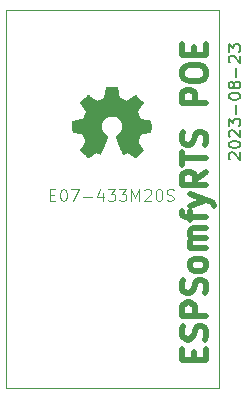
<source format=gbr>
%TF.GenerationSoftware,KiCad,Pcbnew,7.0.1-0*%
%TF.CreationDate,2023-08-23T15:06:01+02:00*%
%TF.ProjectId,ESP32SomfyPOE_rotated,45535033-3253-46f6-9d66-79504f455f72,rev?*%
%TF.SameCoordinates,Original*%
%TF.FileFunction,Legend,Top*%
%TF.FilePolarity,Positive*%
%FSLAX46Y46*%
G04 Gerber Fmt 4.6, Leading zero omitted, Abs format (unit mm)*
G04 Created by KiCad (PCBNEW 7.0.1-0) date 2023-08-23 15:06:01*
%MOMM*%
%LPD*%
G01*
G04 APERTURE LIST*
%ADD10C,0.500000*%
%ADD11C,0.150000*%
%ADD12C,0.100000*%
%ADD13C,0.010000*%
G04 APERTURE END LIST*
D10*
X103355619Y-103790809D02*
X103355619Y-103124142D01*
X104403238Y-102838428D02*
X104403238Y-103790809D01*
X104403238Y-103790809D02*
X102403238Y-103790809D01*
X102403238Y-103790809D02*
X102403238Y-102838428D01*
X104308000Y-102076523D02*
X104403238Y-101790809D01*
X104403238Y-101790809D02*
X104403238Y-101314618D01*
X104403238Y-101314618D02*
X104308000Y-101124142D01*
X104308000Y-101124142D02*
X104212761Y-101028904D01*
X104212761Y-101028904D02*
X104022285Y-100933666D01*
X104022285Y-100933666D02*
X103831809Y-100933666D01*
X103831809Y-100933666D02*
X103641333Y-101028904D01*
X103641333Y-101028904D02*
X103546095Y-101124142D01*
X103546095Y-101124142D02*
X103450857Y-101314618D01*
X103450857Y-101314618D02*
X103355619Y-101695571D01*
X103355619Y-101695571D02*
X103260380Y-101886047D01*
X103260380Y-101886047D02*
X103165142Y-101981285D01*
X103165142Y-101981285D02*
X102974666Y-102076523D01*
X102974666Y-102076523D02*
X102784190Y-102076523D01*
X102784190Y-102076523D02*
X102593714Y-101981285D01*
X102593714Y-101981285D02*
X102498476Y-101886047D01*
X102498476Y-101886047D02*
X102403238Y-101695571D01*
X102403238Y-101695571D02*
X102403238Y-101219380D01*
X102403238Y-101219380D02*
X102498476Y-100933666D01*
X104403238Y-100076523D02*
X102403238Y-100076523D01*
X102403238Y-100076523D02*
X102403238Y-99314618D01*
X102403238Y-99314618D02*
X102498476Y-99124142D01*
X102498476Y-99124142D02*
X102593714Y-99028904D01*
X102593714Y-99028904D02*
X102784190Y-98933666D01*
X102784190Y-98933666D02*
X103069904Y-98933666D01*
X103069904Y-98933666D02*
X103260380Y-99028904D01*
X103260380Y-99028904D02*
X103355619Y-99124142D01*
X103355619Y-99124142D02*
X103450857Y-99314618D01*
X103450857Y-99314618D02*
X103450857Y-100076523D01*
X104308000Y-98171761D02*
X104403238Y-97886047D01*
X104403238Y-97886047D02*
X104403238Y-97409856D01*
X104403238Y-97409856D02*
X104308000Y-97219380D01*
X104308000Y-97219380D02*
X104212761Y-97124142D01*
X104212761Y-97124142D02*
X104022285Y-97028904D01*
X104022285Y-97028904D02*
X103831809Y-97028904D01*
X103831809Y-97028904D02*
X103641333Y-97124142D01*
X103641333Y-97124142D02*
X103546095Y-97219380D01*
X103546095Y-97219380D02*
X103450857Y-97409856D01*
X103450857Y-97409856D02*
X103355619Y-97790809D01*
X103355619Y-97790809D02*
X103260380Y-97981285D01*
X103260380Y-97981285D02*
X103165142Y-98076523D01*
X103165142Y-98076523D02*
X102974666Y-98171761D01*
X102974666Y-98171761D02*
X102784190Y-98171761D01*
X102784190Y-98171761D02*
X102593714Y-98076523D01*
X102593714Y-98076523D02*
X102498476Y-97981285D01*
X102498476Y-97981285D02*
X102403238Y-97790809D01*
X102403238Y-97790809D02*
X102403238Y-97314618D01*
X102403238Y-97314618D02*
X102498476Y-97028904D01*
X104403238Y-95886047D02*
X104308000Y-96076523D01*
X104308000Y-96076523D02*
X104212761Y-96171761D01*
X104212761Y-96171761D02*
X104022285Y-96266999D01*
X104022285Y-96266999D02*
X103450857Y-96266999D01*
X103450857Y-96266999D02*
X103260380Y-96171761D01*
X103260380Y-96171761D02*
X103165142Y-96076523D01*
X103165142Y-96076523D02*
X103069904Y-95886047D01*
X103069904Y-95886047D02*
X103069904Y-95600332D01*
X103069904Y-95600332D02*
X103165142Y-95409856D01*
X103165142Y-95409856D02*
X103260380Y-95314618D01*
X103260380Y-95314618D02*
X103450857Y-95219380D01*
X103450857Y-95219380D02*
X104022285Y-95219380D01*
X104022285Y-95219380D02*
X104212761Y-95314618D01*
X104212761Y-95314618D02*
X104308000Y-95409856D01*
X104308000Y-95409856D02*
X104403238Y-95600332D01*
X104403238Y-95600332D02*
X104403238Y-95886047D01*
X104403238Y-94362237D02*
X103069904Y-94362237D01*
X103260380Y-94362237D02*
X103165142Y-94266999D01*
X103165142Y-94266999D02*
X103069904Y-94076523D01*
X103069904Y-94076523D02*
X103069904Y-93790808D01*
X103069904Y-93790808D02*
X103165142Y-93600332D01*
X103165142Y-93600332D02*
X103355619Y-93505094D01*
X103355619Y-93505094D02*
X104403238Y-93505094D01*
X103355619Y-93505094D02*
X103165142Y-93409856D01*
X103165142Y-93409856D02*
X103069904Y-93219380D01*
X103069904Y-93219380D02*
X103069904Y-92933666D01*
X103069904Y-92933666D02*
X103165142Y-92743189D01*
X103165142Y-92743189D02*
X103355619Y-92647951D01*
X103355619Y-92647951D02*
X104403238Y-92647951D01*
X103069904Y-91981284D02*
X103069904Y-91219380D01*
X104403238Y-91695570D02*
X102688952Y-91695570D01*
X102688952Y-91695570D02*
X102498476Y-91600332D01*
X102498476Y-91600332D02*
X102403238Y-91409856D01*
X102403238Y-91409856D02*
X102403238Y-91219380D01*
X103069904Y-90743189D02*
X104403238Y-90266999D01*
X103069904Y-89790808D02*
X104403238Y-90266999D01*
X104403238Y-90266999D02*
X104879428Y-90457475D01*
X104879428Y-90457475D02*
X104974666Y-90552713D01*
X104974666Y-90552713D02*
X105069904Y-90743189D01*
X104403238Y-87886046D02*
X103450857Y-88552713D01*
X104403238Y-89028903D02*
X102403238Y-89028903D01*
X102403238Y-89028903D02*
X102403238Y-88266998D01*
X102403238Y-88266998D02*
X102498476Y-88076522D01*
X102498476Y-88076522D02*
X102593714Y-87981284D01*
X102593714Y-87981284D02*
X102784190Y-87886046D01*
X102784190Y-87886046D02*
X103069904Y-87886046D01*
X103069904Y-87886046D02*
X103260380Y-87981284D01*
X103260380Y-87981284D02*
X103355619Y-88076522D01*
X103355619Y-88076522D02*
X103450857Y-88266998D01*
X103450857Y-88266998D02*
X103450857Y-89028903D01*
X102403238Y-87314617D02*
X102403238Y-86171760D01*
X104403238Y-86743189D02*
X102403238Y-86743189D01*
X104308000Y-85600331D02*
X104403238Y-85314617D01*
X104403238Y-85314617D02*
X104403238Y-84838426D01*
X104403238Y-84838426D02*
X104308000Y-84647950D01*
X104308000Y-84647950D02*
X104212761Y-84552712D01*
X104212761Y-84552712D02*
X104022285Y-84457474D01*
X104022285Y-84457474D02*
X103831809Y-84457474D01*
X103831809Y-84457474D02*
X103641333Y-84552712D01*
X103641333Y-84552712D02*
X103546095Y-84647950D01*
X103546095Y-84647950D02*
X103450857Y-84838426D01*
X103450857Y-84838426D02*
X103355619Y-85219379D01*
X103355619Y-85219379D02*
X103260380Y-85409855D01*
X103260380Y-85409855D02*
X103165142Y-85505093D01*
X103165142Y-85505093D02*
X102974666Y-85600331D01*
X102974666Y-85600331D02*
X102784190Y-85600331D01*
X102784190Y-85600331D02*
X102593714Y-85505093D01*
X102593714Y-85505093D02*
X102498476Y-85409855D01*
X102498476Y-85409855D02*
X102403238Y-85219379D01*
X102403238Y-85219379D02*
X102403238Y-84743188D01*
X102403238Y-84743188D02*
X102498476Y-84457474D01*
X104403238Y-82076521D02*
X102403238Y-82076521D01*
X102403238Y-82076521D02*
X102403238Y-81314616D01*
X102403238Y-81314616D02*
X102498476Y-81124140D01*
X102498476Y-81124140D02*
X102593714Y-81028902D01*
X102593714Y-81028902D02*
X102784190Y-80933664D01*
X102784190Y-80933664D02*
X103069904Y-80933664D01*
X103069904Y-80933664D02*
X103260380Y-81028902D01*
X103260380Y-81028902D02*
X103355619Y-81124140D01*
X103355619Y-81124140D02*
X103450857Y-81314616D01*
X103450857Y-81314616D02*
X103450857Y-82076521D01*
X102403238Y-79695569D02*
X102403238Y-79314616D01*
X102403238Y-79314616D02*
X102498476Y-79124140D01*
X102498476Y-79124140D02*
X102688952Y-78933664D01*
X102688952Y-78933664D02*
X103069904Y-78838426D01*
X103069904Y-78838426D02*
X103736571Y-78838426D01*
X103736571Y-78838426D02*
X104117523Y-78933664D01*
X104117523Y-78933664D02*
X104308000Y-79124140D01*
X104308000Y-79124140D02*
X104403238Y-79314616D01*
X104403238Y-79314616D02*
X104403238Y-79695569D01*
X104403238Y-79695569D02*
X104308000Y-79886045D01*
X104308000Y-79886045D02*
X104117523Y-80076521D01*
X104117523Y-80076521D02*
X103736571Y-80171759D01*
X103736571Y-80171759D02*
X103069904Y-80171759D01*
X103069904Y-80171759D02*
X102688952Y-80076521D01*
X102688952Y-80076521D02*
X102498476Y-79886045D01*
X102498476Y-79886045D02*
X102403238Y-79695569D01*
X103355619Y-77981283D02*
X103355619Y-77314616D01*
X104403238Y-77028902D02*
X104403238Y-77981283D01*
X104403238Y-77981283D02*
X102403238Y-77981283D01*
X102403238Y-77981283D02*
X102403238Y-77028902D01*
D11*
X106414857Y-86804523D02*
X106367238Y-86756904D01*
X106367238Y-86756904D02*
X106319619Y-86661666D01*
X106319619Y-86661666D02*
X106319619Y-86423571D01*
X106319619Y-86423571D02*
X106367238Y-86328333D01*
X106367238Y-86328333D02*
X106414857Y-86280714D01*
X106414857Y-86280714D02*
X106510095Y-86233095D01*
X106510095Y-86233095D02*
X106605333Y-86233095D01*
X106605333Y-86233095D02*
X106748190Y-86280714D01*
X106748190Y-86280714D02*
X107319619Y-86852142D01*
X107319619Y-86852142D02*
X107319619Y-86233095D01*
X106319619Y-85614047D02*
X106319619Y-85518809D01*
X106319619Y-85518809D02*
X106367238Y-85423571D01*
X106367238Y-85423571D02*
X106414857Y-85375952D01*
X106414857Y-85375952D02*
X106510095Y-85328333D01*
X106510095Y-85328333D02*
X106700571Y-85280714D01*
X106700571Y-85280714D02*
X106938666Y-85280714D01*
X106938666Y-85280714D02*
X107129142Y-85328333D01*
X107129142Y-85328333D02*
X107224380Y-85375952D01*
X107224380Y-85375952D02*
X107272000Y-85423571D01*
X107272000Y-85423571D02*
X107319619Y-85518809D01*
X107319619Y-85518809D02*
X107319619Y-85614047D01*
X107319619Y-85614047D02*
X107272000Y-85709285D01*
X107272000Y-85709285D02*
X107224380Y-85756904D01*
X107224380Y-85756904D02*
X107129142Y-85804523D01*
X107129142Y-85804523D02*
X106938666Y-85852142D01*
X106938666Y-85852142D02*
X106700571Y-85852142D01*
X106700571Y-85852142D02*
X106510095Y-85804523D01*
X106510095Y-85804523D02*
X106414857Y-85756904D01*
X106414857Y-85756904D02*
X106367238Y-85709285D01*
X106367238Y-85709285D02*
X106319619Y-85614047D01*
X106414857Y-84899761D02*
X106367238Y-84852142D01*
X106367238Y-84852142D02*
X106319619Y-84756904D01*
X106319619Y-84756904D02*
X106319619Y-84518809D01*
X106319619Y-84518809D02*
X106367238Y-84423571D01*
X106367238Y-84423571D02*
X106414857Y-84375952D01*
X106414857Y-84375952D02*
X106510095Y-84328333D01*
X106510095Y-84328333D02*
X106605333Y-84328333D01*
X106605333Y-84328333D02*
X106748190Y-84375952D01*
X106748190Y-84375952D02*
X107319619Y-84947380D01*
X107319619Y-84947380D02*
X107319619Y-84328333D01*
X106319619Y-83994999D02*
X106319619Y-83375952D01*
X106319619Y-83375952D02*
X106700571Y-83709285D01*
X106700571Y-83709285D02*
X106700571Y-83566428D01*
X106700571Y-83566428D02*
X106748190Y-83471190D01*
X106748190Y-83471190D02*
X106795809Y-83423571D01*
X106795809Y-83423571D02*
X106891047Y-83375952D01*
X106891047Y-83375952D02*
X107129142Y-83375952D01*
X107129142Y-83375952D02*
X107224380Y-83423571D01*
X107224380Y-83423571D02*
X107272000Y-83471190D01*
X107272000Y-83471190D02*
X107319619Y-83566428D01*
X107319619Y-83566428D02*
X107319619Y-83852142D01*
X107319619Y-83852142D02*
X107272000Y-83947380D01*
X107272000Y-83947380D02*
X107224380Y-83994999D01*
X106938666Y-82947380D02*
X106938666Y-82185476D01*
X106319619Y-81518809D02*
X106319619Y-81423571D01*
X106319619Y-81423571D02*
X106367238Y-81328333D01*
X106367238Y-81328333D02*
X106414857Y-81280714D01*
X106414857Y-81280714D02*
X106510095Y-81233095D01*
X106510095Y-81233095D02*
X106700571Y-81185476D01*
X106700571Y-81185476D02*
X106938666Y-81185476D01*
X106938666Y-81185476D02*
X107129142Y-81233095D01*
X107129142Y-81233095D02*
X107224380Y-81280714D01*
X107224380Y-81280714D02*
X107272000Y-81328333D01*
X107272000Y-81328333D02*
X107319619Y-81423571D01*
X107319619Y-81423571D02*
X107319619Y-81518809D01*
X107319619Y-81518809D02*
X107272000Y-81614047D01*
X107272000Y-81614047D02*
X107224380Y-81661666D01*
X107224380Y-81661666D02*
X107129142Y-81709285D01*
X107129142Y-81709285D02*
X106938666Y-81756904D01*
X106938666Y-81756904D02*
X106700571Y-81756904D01*
X106700571Y-81756904D02*
X106510095Y-81709285D01*
X106510095Y-81709285D02*
X106414857Y-81661666D01*
X106414857Y-81661666D02*
X106367238Y-81614047D01*
X106367238Y-81614047D02*
X106319619Y-81518809D01*
X106748190Y-80614047D02*
X106700571Y-80709285D01*
X106700571Y-80709285D02*
X106652952Y-80756904D01*
X106652952Y-80756904D02*
X106557714Y-80804523D01*
X106557714Y-80804523D02*
X106510095Y-80804523D01*
X106510095Y-80804523D02*
X106414857Y-80756904D01*
X106414857Y-80756904D02*
X106367238Y-80709285D01*
X106367238Y-80709285D02*
X106319619Y-80614047D01*
X106319619Y-80614047D02*
X106319619Y-80423571D01*
X106319619Y-80423571D02*
X106367238Y-80328333D01*
X106367238Y-80328333D02*
X106414857Y-80280714D01*
X106414857Y-80280714D02*
X106510095Y-80233095D01*
X106510095Y-80233095D02*
X106557714Y-80233095D01*
X106557714Y-80233095D02*
X106652952Y-80280714D01*
X106652952Y-80280714D02*
X106700571Y-80328333D01*
X106700571Y-80328333D02*
X106748190Y-80423571D01*
X106748190Y-80423571D02*
X106748190Y-80614047D01*
X106748190Y-80614047D02*
X106795809Y-80709285D01*
X106795809Y-80709285D02*
X106843428Y-80756904D01*
X106843428Y-80756904D02*
X106938666Y-80804523D01*
X106938666Y-80804523D02*
X107129142Y-80804523D01*
X107129142Y-80804523D02*
X107224380Y-80756904D01*
X107224380Y-80756904D02*
X107272000Y-80709285D01*
X107272000Y-80709285D02*
X107319619Y-80614047D01*
X107319619Y-80614047D02*
X107319619Y-80423571D01*
X107319619Y-80423571D02*
X107272000Y-80328333D01*
X107272000Y-80328333D02*
X107224380Y-80280714D01*
X107224380Y-80280714D02*
X107129142Y-80233095D01*
X107129142Y-80233095D02*
X106938666Y-80233095D01*
X106938666Y-80233095D02*
X106843428Y-80280714D01*
X106843428Y-80280714D02*
X106795809Y-80328333D01*
X106795809Y-80328333D02*
X106748190Y-80423571D01*
X106938666Y-79804523D02*
X106938666Y-79042619D01*
X106414857Y-78614047D02*
X106367238Y-78566428D01*
X106367238Y-78566428D02*
X106319619Y-78471190D01*
X106319619Y-78471190D02*
X106319619Y-78233095D01*
X106319619Y-78233095D02*
X106367238Y-78137857D01*
X106367238Y-78137857D02*
X106414857Y-78090238D01*
X106414857Y-78090238D02*
X106510095Y-78042619D01*
X106510095Y-78042619D02*
X106605333Y-78042619D01*
X106605333Y-78042619D02*
X106748190Y-78090238D01*
X106748190Y-78090238D02*
X107319619Y-78661666D01*
X107319619Y-78661666D02*
X107319619Y-78042619D01*
X106319619Y-77709285D02*
X106319619Y-77090238D01*
X106319619Y-77090238D02*
X106700571Y-77423571D01*
X106700571Y-77423571D02*
X106700571Y-77280714D01*
X106700571Y-77280714D02*
X106748190Y-77185476D01*
X106748190Y-77185476D02*
X106795809Y-77137857D01*
X106795809Y-77137857D02*
X106891047Y-77090238D01*
X106891047Y-77090238D02*
X107129142Y-77090238D01*
X107129142Y-77090238D02*
X107224380Y-77137857D01*
X107224380Y-77137857D02*
X107272000Y-77185476D01*
X107272000Y-77185476D02*
X107319619Y-77280714D01*
X107319619Y-77280714D02*
X107319619Y-77566428D01*
X107319619Y-77566428D02*
X107272000Y-77661666D01*
X107272000Y-77661666D02*
X107224380Y-77709285D01*
D12*
%TO.C,E07-433M20S*%
X91188714Y-89822809D02*
X91522047Y-89822809D01*
X91664904Y-90346619D02*
X91188714Y-90346619D01*
X91188714Y-90346619D02*
X91188714Y-89346619D01*
X91188714Y-89346619D02*
X91664904Y-89346619D01*
X92283952Y-89346619D02*
X92379190Y-89346619D01*
X92379190Y-89346619D02*
X92474428Y-89394238D01*
X92474428Y-89394238D02*
X92522047Y-89441857D01*
X92522047Y-89441857D02*
X92569666Y-89537095D01*
X92569666Y-89537095D02*
X92617285Y-89727571D01*
X92617285Y-89727571D02*
X92617285Y-89965666D01*
X92617285Y-89965666D02*
X92569666Y-90156142D01*
X92569666Y-90156142D02*
X92522047Y-90251380D01*
X92522047Y-90251380D02*
X92474428Y-90299000D01*
X92474428Y-90299000D02*
X92379190Y-90346619D01*
X92379190Y-90346619D02*
X92283952Y-90346619D01*
X92283952Y-90346619D02*
X92188714Y-90299000D01*
X92188714Y-90299000D02*
X92141095Y-90251380D01*
X92141095Y-90251380D02*
X92093476Y-90156142D01*
X92093476Y-90156142D02*
X92045857Y-89965666D01*
X92045857Y-89965666D02*
X92045857Y-89727571D01*
X92045857Y-89727571D02*
X92093476Y-89537095D01*
X92093476Y-89537095D02*
X92141095Y-89441857D01*
X92141095Y-89441857D02*
X92188714Y-89394238D01*
X92188714Y-89394238D02*
X92283952Y-89346619D01*
X92950619Y-89346619D02*
X93617285Y-89346619D01*
X93617285Y-89346619D02*
X93188714Y-90346619D01*
X93998238Y-89965666D02*
X94760143Y-89965666D01*
X95664904Y-89679952D02*
X95664904Y-90346619D01*
X95426809Y-89299000D02*
X95188714Y-90013285D01*
X95188714Y-90013285D02*
X95807761Y-90013285D01*
X96093476Y-89346619D02*
X96712523Y-89346619D01*
X96712523Y-89346619D02*
X96379190Y-89727571D01*
X96379190Y-89727571D02*
X96522047Y-89727571D01*
X96522047Y-89727571D02*
X96617285Y-89775190D01*
X96617285Y-89775190D02*
X96664904Y-89822809D01*
X96664904Y-89822809D02*
X96712523Y-89918047D01*
X96712523Y-89918047D02*
X96712523Y-90156142D01*
X96712523Y-90156142D02*
X96664904Y-90251380D01*
X96664904Y-90251380D02*
X96617285Y-90299000D01*
X96617285Y-90299000D02*
X96522047Y-90346619D01*
X96522047Y-90346619D02*
X96236333Y-90346619D01*
X96236333Y-90346619D02*
X96141095Y-90299000D01*
X96141095Y-90299000D02*
X96093476Y-90251380D01*
X97045857Y-89346619D02*
X97664904Y-89346619D01*
X97664904Y-89346619D02*
X97331571Y-89727571D01*
X97331571Y-89727571D02*
X97474428Y-89727571D01*
X97474428Y-89727571D02*
X97569666Y-89775190D01*
X97569666Y-89775190D02*
X97617285Y-89822809D01*
X97617285Y-89822809D02*
X97664904Y-89918047D01*
X97664904Y-89918047D02*
X97664904Y-90156142D01*
X97664904Y-90156142D02*
X97617285Y-90251380D01*
X97617285Y-90251380D02*
X97569666Y-90299000D01*
X97569666Y-90299000D02*
X97474428Y-90346619D01*
X97474428Y-90346619D02*
X97188714Y-90346619D01*
X97188714Y-90346619D02*
X97093476Y-90299000D01*
X97093476Y-90299000D02*
X97045857Y-90251380D01*
X98093476Y-90346619D02*
X98093476Y-89346619D01*
X98093476Y-89346619D02*
X98426809Y-90060904D01*
X98426809Y-90060904D02*
X98760142Y-89346619D01*
X98760142Y-89346619D02*
X98760142Y-90346619D01*
X99188714Y-89441857D02*
X99236333Y-89394238D01*
X99236333Y-89394238D02*
X99331571Y-89346619D01*
X99331571Y-89346619D02*
X99569666Y-89346619D01*
X99569666Y-89346619D02*
X99664904Y-89394238D01*
X99664904Y-89394238D02*
X99712523Y-89441857D01*
X99712523Y-89441857D02*
X99760142Y-89537095D01*
X99760142Y-89537095D02*
X99760142Y-89632333D01*
X99760142Y-89632333D02*
X99712523Y-89775190D01*
X99712523Y-89775190D02*
X99141095Y-90346619D01*
X99141095Y-90346619D02*
X99760142Y-90346619D01*
X100379190Y-89346619D02*
X100474428Y-89346619D01*
X100474428Y-89346619D02*
X100569666Y-89394238D01*
X100569666Y-89394238D02*
X100617285Y-89441857D01*
X100617285Y-89441857D02*
X100664904Y-89537095D01*
X100664904Y-89537095D02*
X100712523Y-89727571D01*
X100712523Y-89727571D02*
X100712523Y-89965666D01*
X100712523Y-89965666D02*
X100664904Y-90156142D01*
X100664904Y-90156142D02*
X100617285Y-90251380D01*
X100617285Y-90251380D02*
X100569666Y-90299000D01*
X100569666Y-90299000D02*
X100474428Y-90346619D01*
X100474428Y-90346619D02*
X100379190Y-90346619D01*
X100379190Y-90346619D02*
X100283952Y-90299000D01*
X100283952Y-90299000D02*
X100236333Y-90251380D01*
X100236333Y-90251380D02*
X100188714Y-90156142D01*
X100188714Y-90156142D02*
X100141095Y-89965666D01*
X100141095Y-89965666D02*
X100141095Y-89727571D01*
X100141095Y-89727571D02*
X100188714Y-89537095D01*
X100188714Y-89537095D02*
X100236333Y-89441857D01*
X100236333Y-89441857D02*
X100283952Y-89394238D01*
X100283952Y-89394238D02*
X100379190Y-89346619D01*
X101093476Y-90299000D02*
X101236333Y-90346619D01*
X101236333Y-90346619D02*
X101474428Y-90346619D01*
X101474428Y-90346619D02*
X101569666Y-90299000D01*
X101569666Y-90299000D02*
X101617285Y-90251380D01*
X101617285Y-90251380D02*
X101664904Y-90156142D01*
X101664904Y-90156142D02*
X101664904Y-90060904D01*
X101664904Y-90060904D02*
X101617285Y-89965666D01*
X101617285Y-89965666D02*
X101569666Y-89918047D01*
X101569666Y-89918047D02*
X101474428Y-89870428D01*
X101474428Y-89870428D02*
X101283952Y-89822809D01*
X101283952Y-89822809D02*
X101188714Y-89775190D01*
X101188714Y-89775190D02*
X101141095Y-89727571D01*
X101141095Y-89727571D02*
X101093476Y-89632333D01*
X101093476Y-89632333D02*
X101093476Y-89537095D01*
X101093476Y-89537095D02*
X101141095Y-89441857D01*
X101141095Y-89441857D02*
X101188714Y-89394238D01*
X101188714Y-89394238D02*
X101283952Y-89346619D01*
X101283952Y-89346619D02*
X101522047Y-89346619D01*
X101522047Y-89346619D02*
X101664904Y-89394238D01*
X87515000Y-74168000D02*
X105515000Y-74168000D01*
X105515000Y-74168000D02*
X105515000Y-106168000D01*
X105515000Y-106168000D02*
X87515000Y-106168000D01*
X87515000Y-106168000D02*
X87515000Y-74168000D01*
%TO.C,N1*%
D13*
X96948814Y-81161931D02*
X97032635Y-81606555D01*
X97341920Y-81734053D01*
X97651206Y-81861551D01*
X98022246Y-81609246D01*
X98126157Y-81538996D01*
X98220087Y-81476272D01*
X98299652Y-81423938D01*
X98360470Y-81384857D01*
X98398157Y-81361893D01*
X98408421Y-81356942D01*
X98426910Y-81369676D01*
X98466420Y-81404882D01*
X98522522Y-81458062D01*
X98590787Y-81524718D01*
X98666786Y-81600354D01*
X98746092Y-81680472D01*
X98824275Y-81760574D01*
X98896907Y-81836164D01*
X98959559Y-81902745D01*
X99007803Y-81955818D01*
X99037210Y-81990887D01*
X99044241Y-82002623D01*
X99034123Y-82024260D01*
X99005759Y-82071662D01*
X98962129Y-82140193D01*
X98906218Y-82225215D01*
X98841006Y-82322093D01*
X98803219Y-82377350D01*
X98734343Y-82478248D01*
X98673140Y-82569299D01*
X98622578Y-82645970D01*
X98585628Y-82703728D01*
X98565258Y-82738043D01*
X98562197Y-82745254D01*
X98569136Y-82765748D01*
X98588051Y-82813513D01*
X98616087Y-82881832D01*
X98650391Y-82963989D01*
X98688109Y-83053270D01*
X98726387Y-83142958D01*
X98762370Y-83226338D01*
X98793206Y-83296694D01*
X98816039Y-83347310D01*
X98828017Y-83371471D01*
X98828724Y-83372422D01*
X98847531Y-83377036D01*
X98897618Y-83387328D01*
X98973793Y-83402287D01*
X99070865Y-83420901D01*
X99183643Y-83442159D01*
X99249442Y-83454418D01*
X99369950Y-83477362D01*
X99478797Y-83499195D01*
X99570476Y-83518722D01*
X99639481Y-83534748D01*
X99680304Y-83546079D01*
X99688511Y-83549674D01*
X99696548Y-83574006D01*
X99703033Y-83628959D01*
X99707970Y-83708108D01*
X99711364Y-83805026D01*
X99713218Y-83913287D01*
X99713538Y-84026465D01*
X99712327Y-84138135D01*
X99709590Y-84241868D01*
X99705331Y-84331241D01*
X99699555Y-84399826D01*
X99692267Y-84441197D01*
X99687895Y-84449810D01*
X99661764Y-84460133D01*
X99606393Y-84474892D01*
X99529107Y-84492352D01*
X99437230Y-84510780D01*
X99405158Y-84516741D01*
X99250524Y-84545066D01*
X99128375Y-84567876D01*
X99034673Y-84586080D01*
X98965384Y-84600583D01*
X98916471Y-84612292D01*
X98883897Y-84622115D01*
X98863628Y-84630956D01*
X98851626Y-84639724D01*
X98849947Y-84641457D01*
X98833184Y-84669371D01*
X98807614Y-84723695D01*
X98775788Y-84797777D01*
X98740260Y-84884965D01*
X98703583Y-84978608D01*
X98668311Y-85072052D01*
X98636996Y-85158647D01*
X98612193Y-85231740D01*
X98596454Y-85284678D01*
X98592332Y-85310811D01*
X98592676Y-85311726D01*
X98606641Y-85333086D01*
X98638322Y-85380084D01*
X98684391Y-85447827D01*
X98741518Y-85531423D01*
X98806373Y-85625982D01*
X98824843Y-85652854D01*
X98890699Y-85750275D01*
X98948650Y-85839163D01*
X98995538Y-85914412D01*
X99028207Y-85970920D01*
X99043500Y-86003581D01*
X99044241Y-86007593D01*
X99031392Y-86028684D01*
X98995888Y-86070464D01*
X98942293Y-86128445D01*
X98875171Y-86198135D01*
X98799087Y-86275045D01*
X98718604Y-86354683D01*
X98638287Y-86432561D01*
X98562699Y-86504186D01*
X98496405Y-86565070D01*
X98443969Y-86610721D01*
X98409955Y-86636650D01*
X98400545Y-86640883D01*
X98378643Y-86630912D01*
X98333800Y-86604020D01*
X98273321Y-86564736D01*
X98226789Y-86533117D01*
X98142475Y-86475098D01*
X98042626Y-86406784D01*
X97942473Y-86338579D01*
X97888627Y-86302075D01*
X97706371Y-86178800D01*
X97553381Y-86261520D01*
X97483682Y-86297759D01*
X97424414Y-86325926D01*
X97384311Y-86341991D01*
X97374103Y-86344226D01*
X97361829Y-86327722D01*
X97337613Y-86281082D01*
X97303263Y-86208609D01*
X97260588Y-86114606D01*
X97211394Y-86003374D01*
X97157490Y-85879215D01*
X97100684Y-85746432D01*
X97042782Y-85609327D01*
X96985593Y-85472202D01*
X96930924Y-85339358D01*
X96880584Y-85215098D01*
X96836380Y-85103725D01*
X96800119Y-85009539D01*
X96773609Y-84936844D01*
X96758658Y-84889941D01*
X96756254Y-84873833D01*
X96775311Y-84853286D01*
X96817036Y-84819933D01*
X96872706Y-84780702D01*
X96877378Y-84777599D01*
X97021264Y-84662423D01*
X97137283Y-84528053D01*
X97224430Y-84378784D01*
X97281699Y-84218913D01*
X97308086Y-84052737D01*
X97302585Y-83884552D01*
X97264190Y-83718655D01*
X97191895Y-83559342D01*
X97170626Y-83524487D01*
X97059996Y-83383737D01*
X96929302Y-83270714D01*
X96783064Y-83186003D01*
X96625808Y-83130194D01*
X96462057Y-83103874D01*
X96296333Y-83107630D01*
X96133162Y-83142050D01*
X95977065Y-83207723D01*
X95832567Y-83305235D01*
X95787869Y-83344813D01*
X95674112Y-83468703D01*
X95591218Y-83599124D01*
X95534356Y-83745315D01*
X95502687Y-83890088D01*
X95494869Y-84052860D01*
X95520938Y-84216440D01*
X95578245Y-84375298D01*
X95664144Y-84523906D01*
X95775986Y-84656735D01*
X95911123Y-84768256D01*
X95928883Y-84780011D01*
X95985150Y-84818508D01*
X96027923Y-84851863D01*
X96048372Y-84873160D01*
X96048669Y-84873833D01*
X96044279Y-84896871D01*
X96026876Y-84949157D01*
X95998268Y-85026390D01*
X95960265Y-85124268D01*
X95914674Y-85238491D01*
X95863303Y-85364758D01*
X95807962Y-85498767D01*
X95750458Y-85636218D01*
X95692601Y-85772808D01*
X95636198Y-85904237D01*
X95583058Y-86026205D01*
X95534990Y-86134409D01*
X95493801Y-86224549D01*
X95461301Y-86292323D01*
X95439297Y-86333430D01*
X95430436Y-86344226D01*
X95403360Y-86335819D01*
X95352697Y-86313272D01*
X95287183Y-86280613D01*
X95251159Y-86261520D01*
X95098168Y-86178800D01*
X94915912Y-86302075D01*
X94822875Y-86365228D01*
X94721015Y-86434727D01*
X94625562Y-86500165D01*
X94577750Y-86533117D01*
X94510505Y-86578273D01*
X94453564Y-86614057D01*
X94414354Y-86635938D01*
X94401619Y-86640563D01*
X94383083Y-86628085D01*
X94342059Y-86593252D01*
X94282525Y-86539678D01*
X94208458Y-86470983D01*
X94123835Y-86390781D01*
X94070315Y-86339286D01*
X93976681Y-86247286D01*
X93895759Y-86164999D01*
X93830823Y-86095945D01*
X93785142Y-86043644D01*
X93761989Y-86011616D01*
X93759768Y-86005116D01*
X93770076Y-85980394D01*
X93798561Y-85930405D01*
X93842063Y-85860212D01*
X93897423Y-85774875D01*
X93961480Y-85679456D01*
X93979697Y-85652854D01*
X94046073Y-85556167D01*
X94105622Y-85469117D01*
X94155016Y-85396595D01*
X94190925Y-85343493D01*
X94210019Y-85314703D01*
X94211864Y-85311726D01*
X94209105Y-85288782D01*
X94194462Y-85238336D01*
X94170487Y-85167041D01*
X94139734Y-85081547D01*
X94104756Y-84988507D01*
X94068107Y-84894574D01*
X94032339Y-84806399D01*
X94000006Y-84730634D01*
X93973662Y-84673931D01*
X93955858Y-84642943D01*
X93954593Y-84641457D01*
X93943706Y-84632601D01*
X93925318Y-84623843D01*
X93895394Y-84614277D01*
X93849897Y-84602996D01*
X93784791Y-84589093D01*
X93696039Y-84571663D01*
X93579607Y-84549798D01*
X93431458Y-84522591D01*
X93399382Y-84516741D01*
X93304314Y-84498374D01*
X93221435Y-84480405D01*
X93158070Y-84464569D01*
X93121542Y-84452600D01*
X93116644Y-84449810D01*
X93108573Y-84425072D01*
X93102013Y-84369790D01*
X93096967Y-84290389D01*
X93093441Y-84193296D01*
X93091439Y-84084938D01*
X93090964Y-83971740D01*
X93092023Y-83860128D01*
X93094618Y-83756529D01*
X93098754Y-83667368D01*
X93104437Y-83599072D01*
X93111669Y-83558066D01*
X93116029Y-83549674D01*
X93140302Y-83541208D01*
X93195574Y-83527435D01*
X93276338Y-83509550D01*
X93377088Y-83488748D01*
X93492317Y-83466223D01*
X93555098Y-83454418D01*
X93674213Y-83432151D01*
X93780435Y-83411979D01*
X93868573Y-83394915D01*
X93933434Y-83381969D01*
X93969826Y-83374155D01*
X93975816Y-83372422D01*
X93985939Y-83352890D01*
X94007338Y-83305843D01*
X94037161Y-83238003D01*
X94072555Y-83156091D01*
X94110668Y-83066828D01*
X94148647Y-82976935D01*
X94183640Y-82893135D01*
X94212794Y-82822147D01*
X94233257Y-82770694D01*
X94242177Y-82745497D01*
X94242343Y-82744396D01*
X94232231Y-82724519D01*
X94203883Y-82678777D01*
X94160277Y-82611717D01*
X94104394Y-82527884D01*
X94039213Y-82431826D01*
X94001321Y-82376650D01*
X93932275Y-82275481D01*
X93870950Y-82183630D01*
X93820337Y-82105744D01*
X93783429Y-82046469D01*
X93763218Y-82010451D01*
X93760299Y-82002377D01*
X93772847Y-81983584D01*
X93807537Y-81943457D01*
X93859937Y-81886493D01*
X93925616Y-81817185D01*
X94000144Y-81740031D01*
X94079087Y-81659525D01*
X94158017Y-81580163D01*
X94232500Y-81506440D01*
X94298106Y-81442852D01*
X94350404Y-81393894D01*
X94384961Y-81364061D01*
X94396522Y-81356942D01*
X94415346Y-81366953D01*
X94460369Y-81395078D01*
X94527213Y-81438454D01*
X94611501Y-81494218D01*
X94708856Y-81559506D01*
X94782293Y-81609246D01*
X95153333Y-81861551D01*
X95771905Y-81606555D01*
X95855725Y-81161931D01*
X95939546Y-80717307D01*
X96864994Y-80717307D01*
X96948814Y-81161931D01*
G36*
X96948814Y-81161931D02*
G01*
X97032635Y-81606555D01*
X97341920Y-81734053D01*
X97651206Y-81861551D01*
X98022246Y-81609246D01*
X98126157Y-81538996D01*
X98220087Y-81476272D01*
X98299652Y-81423938D01*
X98360470Y-81384857D01*
X98398157Y-81361893D01*
X98408421Y-81356942D01*
X98426910Y-81369676D01*
X98466420Y-81404882D01*
X98522522Y-81458062D01*
X98590787Y-81524718D01*
X98666786Y-81600354D01*
X98746092Y-81680472D01*
X98824275Y-81760574D01*
X98896907Y-81836164D01*
X98959559Y-81902745D01*
X99007803Y-81955818D01*
X99037210Y-81990887D01*
X99044241Y-82002623D01*
X99034123Y-82024260D01*
X99005759Y-82071662D01*
X98962129Y-82140193D01*
X98906218Y-82225215D01*
X98841006Y-82322093D01*
X98803219Y-82377350D01*
X98734343Y-82478248D01*
X98673140Y-82569299D01*
X98622578Y-82645970D01*
X98585628Y-82703728D01*
X98565258Y-82738043D01*
X98562197Y-82745254D01*
X98569136Y-82765748D01*
X98588051Y-82813513D01*
X98616087Y-82881832D01*
X98650391Y-82963989D01*
X98688109Y-83053270D01*
X98726387Y-83142958D01*
X98762370Y-83226338D01*
X98793206Y-83296694D01*
X98816039Y-83347310D01*
X98828017Y-83371471D01*
X98828724Y-83372422D01*
X98847531Y-83377036D01*
X98897618Y-83387328D01*
X98973793Y-83402287D01*
X99070865Y-83420901D01*
X99183643Y-83442159D01*
X99249442Y-83454418D01*
X99369950Y-83477362D01*
X99478797Y-83499195D01*
X99570476Y-83518722D01*
X99639481Y-83534748D01*
X99680304Y-83546079D01*
X99688511Y-83549674D01*
X99696548Y-83574006D01*
X99703033Y-83628959D01*
X99707970Y-83708108D01*
X99711364Y-83805026D01*
X99713218Y-83913287D01*
X99713538Y-84026465D01*
X99712327Y-84138135D01*
X99709590Y-84241868D01*
X99705331Y-84331241D01*
X99699555Y-84399826D01*
X99692267Y-84441197D01*
X99687895Y-84449810D01*
X99661764Y-84460133D01*
X99606393Y-84474892D01*
X99529107Y-84492352D01*
X99437230Y-84510780D01*
X99405158Y-84516741D01*
X99250524Y-84545066D01*
X99128375Y-84567876D01*
X99034673Y-84586080D01*
X98965384Y-84600583D01*
X98916471Y-84612292D01*
X98883897Y-84622115D01*
X98863628Y-84630956D01*
X98851626Y-84639724D01*
X98849947Y-84641457D01*
X98833184Y-84669371D01*
X98807614Y-84723695D01*
X98775788Y-84797777D01*
X98740260Y-84884965D01*
X98703583Y-84978608D01*
X98668311Y-85072052D01*
X98636996Y-85158647D01*
X98612193Y-85231740D01*
X98596454Y-85284678D01*
X98592332Y-85310811D01*
X98592676Y-85311726D01*
X98606641Y-85333086D01*
X98638322Y-85380084D01*
X98684391Y-85447827D01*
X98741518Y-85531423D01*
X98806373Y-85625982D01*
X98824843Y-85652854D01*
X98890699Y-85750275D01*
X98948650Y-85839163D01*
X98995538Y-85914412D01*
X99028207Y-85970920D01*
X99043500Y-86003581D01*
X99044241Y-86007593D01*
X99031392Y-86028684D01*
X98995888Y-86070464D01*
X98942293Y-86128445D01*
X98875171Y-86198135D01*
X98799087Y-86275045D01*
X98718604Y-86354683D01*
X98638287Y-86432561D01*
X98562699Y-86504186D01*
X98496405Y-86565070D01*
X98443969Y-86610721D01*
X98409955Y-86636650D01*
X98400545Y-86640883D01*
X98378643Y-86630912D01*
X98333800Y-86604020D01*
X98273321Y-86564736D01*
X98226789Y-86533117D01*
X98142475Y-86475098D01*
X98042626Y-86406784D01*
X97942473Y-86338579D01*
X97888627Y-86302075D01*
X97706371Y-86178800D01*
X97553381Y-86261520D01*
X97483682Y-86297759D01*
X97424414Y-86325926D01*
X97384311Y-86341991D01*
X97374103Y-86344226D01*
X97361829Y-86327722D01*
X97337613Y-86281082D01*
X97303263Y-86208609D01*
X97260588Y-86114606D01*
X97211394Y-86003374D01*
X97157490Y-85879215D01*
X97100684Y-85746432D01*
X97042782Y-85609327D01*
X96985593Y-85472202D01*
X96930924Y-85339358D01*
X96880584Y-85215098D01*
X96836380Y-85103725D01*
X96800119Y-85009539D01*
X96773609Y-84936844D01*
X96758658Y-84889941D01*
X96756254Y-84873833D01*
X96775311Y-84853286D01*
X96817036Y-84819933D01*
X96872706Y-84780702D01*
X96877378Y-84777599D01*
X97021264Y-84662423D01*
X97137283Y-84528053D01*
X97224430Y-84378784D01*
X97281699Y-84218913D01*
X97308086Y-84052737D01*
X97302585Y-83884552D01*
X97264190Y-83718655D01*
X97191895Y-83559342D01*
X97170626Y-83524487D01*
X97059996Y-83383737D01*
X96929302Y-83270714D01*
X96783064Y-83186003D01*
X96625808Y-83130194D01*
X96462057Y-83103874D01*
X96296333Y-83107630D01*
X96133162Y-83142050D01*
X95977065Y-83207723D01*
X95832567Y-83305235D01*
X95787869Y-83344813D01*
X95674112Y-83468703D01*
X95591218Y-83599124D01*
X95534356Y-83745315D01*
X95502687Y-83890088D01*
X95494869Y-84052860D01*
X95520938Y-84216440D01*
X95578245Y-84375298D01*
X95664144Y-84523906D01*
X95775986Y-84656735D01*
X95911123Y-84768256D01*
X95928883Y-84780011D01*
X95985150Y-84818508D01*
X96027923Y-84851863D01*
X96048372Y-84873160D01*
X96048669Y-84873833D01*
X96044279Y-84896871D01*
X96026876Y-84949157D01*
X95998268Y-85026390D01*
X95960265Y-85124268D01*
X95914674Y-85238491D01*
X95863303Y-85364758D01*
X95807962Y-85498767D01*
X95750458Y-85636218D01*
X95692601Y-85772808D01*
X95636198Y-85904237D01*
X95583058Y-86026205D01*
X95534990Y-86134409D01*
X95493801Y-86224549D01*
X95461301Y-86292323D01*
X95439297Y-86333430D01*
X95430436Y-86344226D01*
X95403360Y-86335819D01*
X95352697Y-86313272D01*
X95287183Y-86280613D01*
X95251159Y-86261520D01*
X95098168Y-86178800D01*
X94915912Y-86302075D01*
X94822875Y-86365228D01*
X94721015Y-86434727D01*
X94625562Y-86500165D01*
X94577750Y-86533117D01*
X94510505Y-86578273D01*
X94453564Y-86614057D01*
X94414354Y-86635938D01*
X94401619Y-86640563D01*
X94383083Y-86628085D01*
X94342059Y-86593252D01*
X94282525Y-86539678D01*
X94208458Y-86470983D01*
X94123835Y-86390781D01*
X94070315Y-86339286D01*
X93976681Y-86247286D01*
X93895759Y-86164999D01*
X93830823Y-86095945D01*
X93785142Y-86043644D01*
X93761989Y-86011616D01*
X93759768Y-86005116D01*
X93770076Y-85980394D01*
X93798561Y-85930405D01*
X93842063Y-85860212D01*
X93897423Y-85774875D01*
X93961480Y-85679456D01*
X93979697Y-85652854D01*
X94046073Y-85556167D01*
X94105622Y-85469117D01*
X94155016Y-85396595D01*
X94190925Y-85343493D01*
X94210019Y-85314703D01*
X94211864Y-85311726D01*
X94209105Y-85288782D01*
X94194462Y-85238336D01*
X94170487Y-85167041D01*
X94139734Y-85081547D01*
X94104756Y-84988507D01*
X94068107Y-84894574D01*
X94032339Y-84806399D01*
X94000006Y-84730634D01*
X93973662Y-84673931D01*
X93955858Y-84642943D01*
X93954593Y-84641457D01*
X93943706Y-84632601D01*
X93925318Y-84623843D01*
X93895394Y-84614277D01*
X93849897Y-84602996D01*
X93784791Y-84589093D01*
X93696039Y-84571663D01*
X93579607Y-84549798D01*
X93431458Y-84522591D01*
X93399382Y-84516741D01*
X93304314Y-84498374D01*
X93221435Y-84480405D01*
X93158070Y-84464569D01*
X93121542Y-84452600D01*
X93116644Y-84449810D01*
X93108573Y-84425072D01*
X93102013Y-84369790D01*
X93096967Y-84290389D01*
X93093441Y-84193296D01*
X93091439Y-84084938D01*
X93090964Y-83971740D01*
X93092023Y-83860128D01*
X93094618Y-83756529D01*
X93098754Y-83667368D01*
X93104437Y-83599072D01*
X93111669Y-83558066D01*
X93116029Y-83549674D01*
X93140302Y-83541208D01*
X93195574Y-83527435D01*
X93276338Y-83509550D01*
X93377088Y-83488748D01*
X93492317Y-83466223D01*
X93555098Y-83454418D01*
X93674213Y-83432151D01*
X93780435Y-83411979D01*
X93868573Y-83394915D01*
X93933434Y-83381969D01*
X93969826Y-83374155D01*
X93975816Y-83372422D01*
X93985939Y-83352890D01*
X94007338Y-83305843D01*
X94037161Y-83238003D01*
X94072555Y-83156091D01*
X94110668Y-83066828D01*
X94148647Y-82976935D01*
X94183640Y-82893135D01*
X94212794Y-82822147D01*
X94233257Y-82770694D01*
X94242177Y-82745497D01*
X94242343Y-82744396D01*
X94232231Y-82724519D01*
X94203883Y-82678777D01*
X94160277Y-82611717D01*
X94104394Y-82527884D01*
X94039213Y-82431826D01*
X94001321Y-82376650D01*
X93932275Y-82275481D01*
X93870950Y-82183630D01*
X93820337Y-82105744D01*
X93783429Y-82046469D01*
X93763218Y-82010451D01*
X93760299Y-82002377D01*
X93772847Y-81983584D01*
X93807537Y-81943457D01*
X93859937Y-81886493D01*
X93925616Y-81817185D01*
X94000144Y-81740031D01*
X94079087Y-81659525D01*
X94158017Y-81580163D01*
X94232500Y-81506440D01*
X94298106Y-81442852D01*
X94350404Y-81393894D01*
X94384961Y-81364061D01*
X94396522Y-81356942D01*
X94415346Y-81366953D01*
X94460369Y-81395078D01*
X94527213Y-81438454D01*
X94611501Y-81494218D01*
X94708856Y-81559506D01*
X94782293Y-81609246D01*
X95153333Y-81861551D01*
X95771905Y-81606555D01*
X95855725Y-81161931D01*
X95939546Y-80717307D01*
X96864994Y-80717307D01*
X96948814Y-81161931D01*
G37*
%TD*%
M02*

</source>
